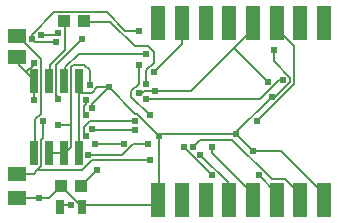
<source format=gbl>
G75*
%MOIN*%
%OFA0B0*%
%FSLAX25Y25*%
%IPPOS*%
%LPD*%
%AMOC8*
5,1,8,0,0,1.08239X$1,22.5*
%
%ADD10R,0.03150X0.04724*%
%ADD11R,0.06000X0.05000*%
%ADD12R,0.02600X0.08000*%
%ADD13R,0.04331X0.03937*%
%ADD14R,0.04724X0.11811*%
%ADD15C,0.00600*%
%ADD16C,0.02400*%
D10*
X0021906Y0008589D03*
X0028992Y0008589D03*
D11*
X0007449Y0011589D03*
X0007449Y0019589D03*
X0007449Y0058589D03*
X0007449Y0065589D03*
D12*
X0012949Y0050689D03*
X0017949Y0050689D03*
X0022949Y0050689D03*
X0027949Y0050689D03*
X0027949Y0026489D03*
X0022949Y0026489D03*
X0017949Y0026489D03*
X0012949Y0026489D03*
D13*
X0022102Y0015589D03*
X0028795Y0015589D03*
X0029795Y0070589D03*
X0023102Y0070589D03*
D14*
X0054562Y0070028D03*
X0062436Y0070028D03*
X0070310Y0070028D03*
X0078184Y0070028D03*
X0086058Y0070028D03*
X0093932Y0070028D03*
X0101806Y0070028D03*
X0109680Y0070028D03*
X0109680Y0010972D03*
X0101806Y0010972D03*
X0093932Y0010972D03*
X0086058Y0010972D03*
X0078184Y0010972D03*
X0070310Y0010972D03*
X0062436Y0010972D03*
X0054562Y0010972D03*
D15*
X0054196Y0010381D01*
X0052946Y0009131D01*
X0029196Y0009131D01*
X0028992Y0008589D01*
X0028571Y0009131D01*
X0022321Y0015381D01*
X0022102Y0015589D01*
X0021696Y0015381D01*
X0017946Y0011631D01*
X0014821Y0011631D01*
X0007946Y0011631D01*
X0007449Y0011589D01*
X0007449Y0019589D02*
X0007946Y0019756D01*
X0012946Y0019756D01*
X0014196Y0021006D01*
X0029196Y0021006D01*
X0032321Y0024131D01*
X0051696Y0024131D01*
X0051071Y0029756D02*
X0046071Y0029756D01*
X0042321Y0026006D01*
X0031071Y0026006D01*
X0027949Y0026489D02*
X0027946Y0026631D01*
X0027946Y0046631D01*
X0032321Y0046631D01*
X0034196Y0048506D01*
X0037946Y0048506D01*
X0046696Y0039756D01*
X0047321Y0039756D01*
X0054821Y0032256D01*
X0055446Y0032881D01*
X0079821Y0032881D01*
X0080446Y0032881D01*
X0086071Y0027256D01*
X0095446Y0027256D01*
X0109196Y0013506D01*
X0109196Y0011006D01*
X0109680Y0010972D01*
X0101806Y0010972D02*
X0101696Y0011006D01*
X0101696Y0012881D01*
X0096696Y0017881D01*
X0092321Y0017881D01*
X0079196Y0031006D01*
X0068571Y0031006D01*
X0066071Y0028506D01*
X0062946Y0028506D02*
X0072321Y0019131D01*
X0077946Y0016631D02*
X0077946Y0011006D01*
X0078184Y0010972D01*
X0077946Y0016631D02*
X0068571Y0026006D01*
X0072321Y0026631D02*
X0085446Y0013506D01*
X0085446Y0011006D01*
X0086058Y0010972D01*
X0093571Y0011006D02*
X0093932Y0010972D01*
X0093571Y0011006D02*
X0093571Y0013506D01*
X0087946Y0019131D01*
X0072321Y0026631D02*
X0072321Y0028506D01*
X0079821Y0032881D02*
X0092321Y0045381D01*
X0093571Y0045381D01*
X0098571Y0050381D01*
X0098571Y0051631D01*
X0092946Y0057256D01*
X0092946Y0061006D01*
X0094196Y0067881D02*
X0099821Y0062256D01*
X0099821Y0049756D01*
X0087321Y0037256D01*
X0088571Y0044756D02*
X0094821Y0051006D01*
X0096071Y0051006D01*
X0091071Y0050381D02*
X0079821Y0061631D01*
X0065446Y0047256D01*
X0053571Y0047256D01*
X0049821Y0047256D01*
X0049196Y0046631D01*
X0047946Y0046631D01*
X0045446Y0047256D02*
X0047946Y0049756D01*
X0047946Y0056006D01*
X0050446Y0054131D02*
X0050446Y0049756D01*
X0050446Y0054131D02*
X0052946Y0056631D01*
X0052946Y0060381D01*
X0051071Y0062256D01*
X0046696Y0062256D01*
X0038571Y0070381D01*
X0029821Y0070381D01*
X0029795Y0070589D01*
X0023571Y0070381D02*
X0023102Y0070589D01*
X0023571Y0070381D02*
X0023571Y0061006D01*
X0018571Y0056006D01*
X0018571Y0051006D01*
X0017949Y0050689D01*
X0022949Y0050689D02*
X0023571Y0051006D01*
X0023571Y0055381D01*
X0027946Y0059756D01*
X0050446Y0059756D01*
X0052946Y0053506D02*
X0062321Y0062881D01*
X0062321Y0069756D01*
X0062436Y0070028D01*
X0047946Y0067256D02*
X0043571Y0067256D01*
X0037321Y0073506D01*
X0019821Y0073506D01*
X0012321Y0066006D01*
X0012321Y0064756D01*
X0013571Y0063506D01*
X0020446Y0063506D01*
X0020446Y0066006D02*
X0015446Y0066006D01*
X0020446Y0066006D02*
X0021071Y0066631D01*
X0029196Y0064756D02*
X0020446Y0056006D01*
X0020446Y0046006D01*
X0021071Y0045381D01*
X0021071Y0044756D01*
X0015446Y0039756D02*
X0013571Y0037881D01*
X0013571Y0026631D01*
X0012949Y0026489D01*
X0015446Y0022256D02*
X0015446Y0031006D01*
X0016071Y0031631D01*
X0016071Y0037256D01*
X0015446Y0039756D02*
X0015446Y0057881D01*
X0007946Y0065381D01*
X0007449Y0065589D01*
X0007449Y0058589D02*
X0007946Y0058506D01*
X0007946Y0056006D01*
X0010446Y0053506D01*
X0012946Y0056006D01*
X0012946Y0056631D01*
X0010446Y0053506D02*
X0012946Y0051006D01*
X0012949Y0050689D01*
X0012946Y0050381D01*
X0012946Y0044131D01*
X0021071Y0036006D02*
X0025446Y0036006D01*
X0025446Y0055381D01*
X0026071Y0056006D01*
X0029821Y0056006D01*
X0031696Y0054131D01*
X0031696Y0049131D01*
X0027946Y0050381D02*
X0027946Y0046631D01*
X0030446Y0044131D02*
X0030446Y0042881D01*
X0029821Y0042256D01*
X0029821Y0039756D01*
X0030446Y0039131D01*
X0031696Y0037256D02*
X0029821Y0035381D01*
X0029821Y0032881D01*
X0030446Y0032256D01*
X0032321Y0034756D02*
X0032946Y0034131D01*
X0046696Y0034131D01*
X0046696Y0037256D02*
X0031696Y0037256D01*
X0032321Y0041631D02*
X0032321Y0042881D01*
X0037946Y0048506D01*
X0045446Y0047256D02*
X0045446Y0045381D01*
X0051696Y0039131D01*
X0050446Y0044756D02*
X0088571Y0044756D01*
X0079821Y0061631D02*
X0085446Y0067256D01*
X0085446Y0069756D01*
X0086058Y0070028D01*
X0093932Y0070028D02*
X0094196Y0069756D01*
X0094196Y0067881D01*
X0054821Y0032256D02*
X0054821Y0011006D01*
X0054562Y0010972D01*
X0042946Y0029756D02*
X0033571Y0029756D01*
X0025446Y0028506D02*
X0025446Y0036006D01*
X0025446Y0028506D02*
X0023571Y0026631D01*
X0022949Y0026489D01*
X0022946Y0026631D01*
X0018571Y0026631D01*
X0017949Y0026489D01*
X0015446Y0022256D02*
X0014196Y0021006D01*
X0022321Y0009131D02*
X0021906Y0008589D01*
X0022321Y0009131D02*
X0025446Y0009131D01*
X0028795Y0015589D02*
X0029196Y0016006D01*
X0034196Y0021006D01*
X0027946Y0050381D02*
X0027949Y0050689D01*
D16*
X0031696Y0049131D03*
X0037946Y0048506D03*
X0030446Y0044131D03*
X0032321Y0041631D03*
X0030446Y0039131D03*
X0032321Y0034756D03*
X0030446Y0032256D03*
X0033571Y0029756D03*
X0031071Y0026006D03*
X0034196Y0021006D03*
X0042946Y0029756D03*
X0046696Y0034131D03*
X0046696Y0037256D03*
X0051696Y0039131D03*
X0050446Y0044756D03*
X0047946Y0046631D03*
X0050446Y0049756D03*
X0053571Y0047256D03*
X0052946Y0053506D03*
X0047946Y0056006D03*
X0050446Y0059756D03*
X0047946Y0067256D03*
X0029196Y0064756D03*
X0021071Y0066631D03*
X0020446Y0063506D03*
X0015446Y0066006D03*
X0012321Y0064756D03*
X0012946Y0056631D03*
X0012946Y0044131D03*
X0016071Y0037256D03*
X0021071Y0036006D03*
X0021071Y0044756D03*
X0051071Y0029756D03*
X0054821Y0032256D03*
X0062946Y0028506D03*
X0066071Y0028506D03*
X0068571Y0026006D03*
X0072321Y0028506D03*
X0080446Y0032881D03*
X0086071Y0027256D03*
X0087946Y0019131D03*
X0072321Y0019131D03*
X0051696Y0024131D03*
X0025446Y0009131D03*
X0014821Y0011631D03*
X0087321Y0037256D03*
X0092321Y0045381D03*
X0091071Y0050381D03*
X0096071Y0051006D03*
X0092946Y0061006D03*
M02*

</source>
